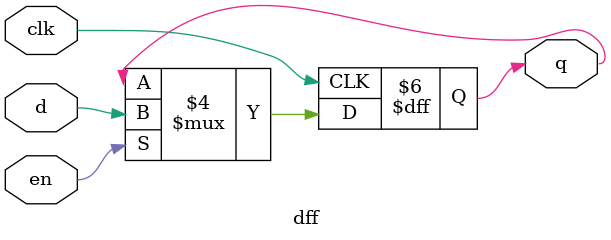
<source format=v>
module dff(d,clk,en,q);
    input wire d,clk,en;
    output reg q;

    always@(posedge clk) begin
        if(en==1'b1) begin
            q<=d;
        end
    end 

    initial begin
        $dumpfile("dff.vcd");
        $dumpvars(1,dff);
    end
endmodule


</source>
